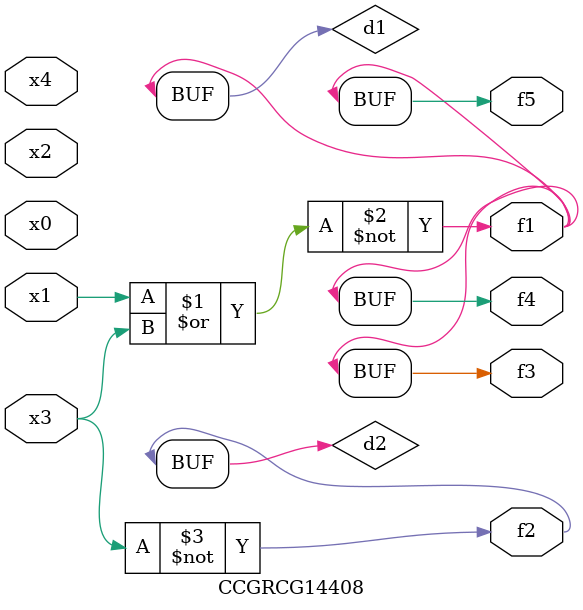
<source format=v>
module CCGRCG14408(
	input x0, x1, x2, x3, x4,
	output f1, f2, f3, f4, f5
);

	wire d1, d2;

	nor (d1, x1, x3);
	not (d2, x3);
	assign f1 = d1;
	assign f2 = d2;
	assign f3 = d1;
	assign f4 = d1;
	assign f5 = d1;
endmodule

</source>
